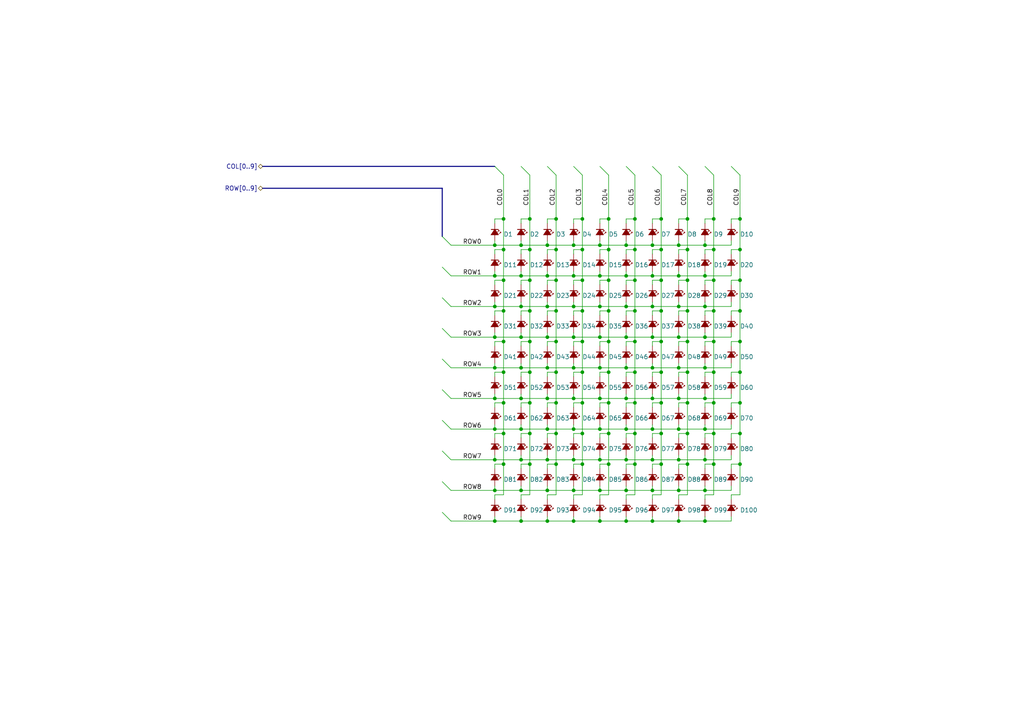
<source format=kicad_sch>
(kicad_sch (version 20210406) (generator eeschema)
  (paper "A4")
  (title_block (title "LED matrix w/ ADC") (date "26/05/2021") (rev "1") (company "Mario Rubio (mrrb.eu)"))
  (junction (at 143.51 71.12) (diameter 0.9144))
  (junction (at 143.51 80.01) (diameter 0.9144))
  (junction (at 143.51 88.9) (diameter 0.9144))
  (junction (at 143.51 97.79) (diameter 0.9144))
  (junction (at 143.51 106.68) (diameter 0.9144))
  (junction (at 143.51 115.57) (diameter 0.9144))
  (junction (at 143.51 124.46) (diameter 0.9144))
  (junction (at 143.51 133.35) (diameter 0.9144))
  (junction (at 143.51 142.24) (diameter 0.9144))
  (junction (at 143.51 151.13) (diameter 0.9144))
  (junction (at 146.05 63.5) (diameter 0.9144))
  (junction (at 146.05 72.39) (diameter 0.9144))
  (junction (at 146.05 81.28) (diameter 0.9144))
  (junction (at 146.05 90.17) (diameter 0.9144))
  (junction (at 146.05 99.06) (diameter 0.9144))
  (junction (at 146.05 107.95) (diameter 0.9144))
  (junction (at 146.05 116.84) (diameter 0.9144))
  (junction (at 146.05 125.73) (diameter 0.9144))
  (junction (at 146.05 134.62) (diameter 0.9144))
  (junction (at 151.13 71.12) (diameter 0.9144))
  (junction (at 151.13 80.01) (diameter 0.9144))
  (junction (at 151.13 88.9) (diameter 0.9144))
  (junction (at 151.13 97.79) (diameter 0.9144))
  (junction (at 151.13 106.68) (diameter 0.9144))
  (junction (at 151.13 115.57) (diameter 0.9144))
  (junction (at 151.13 124.46) (diameter 0.9144))
  (junction (at 151.13 133.35) (diameter 0.9144))
  (junction (at 151.13 142.24) (diameter 0.9144))
  (junction (at 151.13 151.13) (diameter 0.9144))
  (junction (at 153.67 63.5) (diameter 0.9144))
  (junction (at 153.67 72.39) (diameter 0.9144))
  (junction (at 153.67 81.28) (diameter 0.9144))
  (junction (at 153.67 90.17) (diameter 0.9144))
  (junction (at 153.67 99.06) (diameter 0.9144))
  (junction (at 153.67 107.95) (diameter 0.9144))
  (junction (at 153.67 116.84) (diameter 0.9144))
  (junction (at 153.67 125.73) (diameter 0.9144))
  (junction (at 153.67 134.62) (diameter 0.9144))
  (junction (at 158.75 71.12) (diameter 0.9144))
  (junction (at 158.75 80.01) (diameter 0.9144))
  (junction (at 158.75 88.9) (diameter 0.9144))
  (junction (at 158.75 97.79) (diameter 0.9144))
  (junction (at 158.75 106.68) (diameter 0.9144))
  (junction (at 158.75 115.57) (diameter 0.9144))
  (junction (at 158.75 124.46) (diameter 0.9144))
  (junction (at 158.75 133.35) (diameter 0.9144))
  (junction (at 158.75 142.24) (diameter 0.9144))
  (junction (at 158.75 151.13) (diameter 0.9144))
  (junction (at 161.29 63.5) (diameter 0.9144))
  (junction (at 161.29 72.39) (diameter 0.9144))
  (junction (at 161.29 81.28) (diameter 0.9144))
  (junction (at 161.29 90.17) (diameter 0.9144))
  (junction (at 161.29 99.06) (diameter 0.9144))
  (junction (at 161.29 107.95) (diameter 0.9144))
  (junction (at 161.29 116.84) (diameter 0.9144))
  (junction (at 161.29 125.73) (diameter 0.9144))
  (junction (at 161.29 134.62) (diameter 0.9144))
  (junction (at 166.37 71.12) (diameter 0.9144))
  (junction (at 166.37 80.01) (diameter 0.9144))
  (junction (at 166.37 88.9) (diameter 0.9144))
  (junction (at 166.37 97.79) (diameter 0.9144))
  (junction (at 166.37 106.68) (diameter 0.9144))
  (junction (at 166.37 115.57) (diameter 0.9144))
  (junction (at 166.37 124.46) (diameter 0.9144))
  (junction (at 166.37 133.35) (diameter 0.9144))
  (junction (at 166.37 142.24) (diameter 0.9144))
  (junction (at 166.37 151.13) (diameter 0.9144))
  (junction (at 168.91 63.5) (diameter 0.9144))
  (junction (at 168.91 72.39) (diameter 0.9144))
  (junction (at 168.91 81.28) (diameter 0.9144))
  (junction (at 168.91 90.17) (diameter 0.9144))
  (junction (at 168.91 99.06) (diameter 0.9144))
  (junction (at 168.91 107.95) (diameter 0.9144))
  (junction (at 168.91 116.84) (diameter 0.9144))
  (junction (at 168.91 125.73) (diameter 0.9144))
  (junction (at 168.91 134.62) (diameter 0.9144))
  (junction (at 173.99 71.12) (diameter 0.9144))
  (junction (at 173.99 80.01) (diameter 0.9144))
  (junction (at 173.99 88.9) (diameter 0.9144))
  (junction (at 173.99 97.79) (diameter 0.9144))
  (junction (at 173.99 106.68) (diameter 0.9144))
  (junction (at 173.99 115.57) (diameter 0.9144))
  (junction (at 173.99 124.46) (diameter 0.9144))
  (junction (at 173.99 133.35) (diameter 0.9144))
  (junction (at 173.99 142.24) (diameter 0.9144))
  (junction (at 173.99 151.13) (diameter 0.9144))
  (junction (at 176.53 63.5) (diameter 0.9144))
  (junction (at 176.53 72.39) (diameter 0.9144))
  (junction (at 176.53 81.28) (diameter 0.9144))
  (junction (at 176.53 90.17) (diameter 0.9144))
  (junction (at 176.53 99.06) (diameter 0.9144))
  (junction (at 176.53 107.95) (diameter 0.9144))
  (junction (at 176.53 116.84) (diameter 0.9144))
  (junction (at 176.53 125.73) (diameter 0.9144))
  (junction (at 176.53 134.62) (diameter 0.9144))
  (junction (at 181.61 71.12) (diameter 0.9144))
  (junction (at 181.61 80.01) (diameter 0.9144))
  (junction (at 181.61 88.9) (diameter 0.9144))
  (junction (at 181.61 97.79) (diameter 0.9144))
  (junction (at 181.61 106.68) (diameter 0.9144))
  (junction (at 181.61 115.57) (diameter 0.9144))
  (junction (at 181.61 124.46) (diameter 0.9144))
  (junction (at 181.61 133.35) (diameter 0.9144))
  (junction (at 181.61 142.24) (diameter 0.9144))
  (junction (at 181.61 151.13) (diameter 0.9144))
  (junction (at 184.15 63.5) (diameter 0.9144))
  (junction (at 184.15 72.39) (diameter 0.9144))
  (junction (at 184.15 81.28) (diameter 0.9144))
  (junction (at 184.15 90.17) (diameter 0.9144))
  (junction (at 184.15 99.06) (diameter 0.9144))
  (junction (at 184.15 107.95) (diameter 0.9144))
  (junction (at 184.15 116.84) (diameter 0.9144))
  (junction (at 184.15 125.73) (diameter 0.9144))
  (junction (at 184.15 134.62) (diameter 0.9144))
  (junction (at 189.23 71.12) (diameter 0.9144))
  (junction (at 189.23 80.01) (diameter 0.9144))
  (junction (at 189.23 88.9) (diameter 0.9144))
  (junction (at 189.23 97.79) (diameter 0.9144))
  (junction (at 189.23 106.68) (diameter 0.9144))
  (junction (at 189.23 115.57) (diameter 0.9144))
  (junction (at 189.23 124.46) (diameter 0.9144))
  (junction (at 189.23 133.35) (diameter 0.9144))
  (junction (at 189.23 142.24) (diameter 0.9144))
  (junction (at 189.23 151.13) (diameter 0.9144))
  (junction (at 191.77 63.5) (diameter 0.9144))
  (junction (at 191.77 72.39) (diameter 0.9144))
  (junction (at 191.77 81.28) (diameter 0.9144))
  (junction (at 191.77 90.17) (diameter 0.9144))
  (junction (at 191.77 99.06) (diameter 0.9144))
  (junction (at 191.77 107.95) (diameter 0.9144))
  (junction (at 191.77 116.84) (diameter 0.9144))
  (junction (at 191.77 125.73) (diameter 0.9144))
  (junction (at 191.77 134.62) (diameter 0.9144))
  (junction (at 196.85 71.12) (diameter 0.9144))
  (junction (at 196.85 80.01) (diameter 0.9144))
  (junction (at 196.85 88.9) (diameter 0.9144))
  (junction (at 196.85 97.79) (diameter 0.9144))
  (junction (at 196.85 106.68) (diameter 0.9144))
  (junction (at 196.85 115.57) (diameter 0.9144))
  (junction (at 196.85 124.46) (diameter 0.9144))
  (junction (at 196.85 133.35) (diameter 0.9144))
  (junction (at 196.85 142.24) (diameter 0.9144))
  (junction (at 196.85 151.13) (diameter 0.9144))
  (junction (at 199.39 63.5) (diameter 0.9144))
  (junction (at 199.39 72.39) (diameter 0.9144))
  (junction (at 199.39 81.28) (diameter 0.9144))
  (junction (at 199.39 90.17) (diameter 0.9144))
  (junction (at 199.39 99.06) (diameter 0.9144))
  (junction (at 199.39 107.95) (diameter 0.9144))
  (junction (at 199.39 116.84) (diameter 0.9144))
  (junction (at 199.39 125.73) (diameter 0.9144))
  (junction (at 199.39 134.62) (diameter 0.9144))
  (junction (at 204.47 71.12) (diameter 0.9144))
  (junction (at 204.47 80.01) (diameter 0.9144))
  (junction (at 204.47 88.9) (diameter 0.9144))
  (junction (at 204.47 97.79) (diameter 0.9144))
  (junction (at 204.47 106.68) (diameter 0.9144))
  (junction (at 204.47 115.57) (diameter 0.9144))
  (junction (at 204.47 124.46) (diameter 0.9144))
  (junction (at 204.47 133.35) (diameter 0.9144))
  (junction (at 204.47 142.24) (diameter 0.9144))
  (junction (at 204.47 151.13) (diameter 0.9144))
  (junction (at 207.01 63.5) (diameter 0.9144))
  (junction (at 207.01 72.39) (diameter 0.9144))
  (junction (at 207.01 81.28) (diameter 0.9144))
  (junction (at 207.01 90.17) (diameter 0.9144))
  (junction (at 207.01 99.06) (diameter 0.9144))
  (junction (at 207.01 107.95) (diameter 0.9144))
  (junction (at 207.01 116.84) (diameter 0.9144))
  (junction (at 207.01 125.73) (diameter 0.9144))
  (junction (at 207.01 134.62) (diameter 0.9144))
  (junction (at 214.63 63.5) (diameter 0.9144))
  (junction (at 214.63 72.39) (diameter 0.9144))
  (junction (at 214.63 81.28) (diameter 0.9144))
  (junction (at 214.63 90.17) (diameter 0.9144))
  (junction (at 214.63 99.06) (diameter 0.9144))
  (junction (at 214.63 107.95) (diameter 0.9144))
  (junction (at 214.63 116.84) (diameter 0.9144))
  (junction (at 214.63 125.73) (diameter 0.9144))
  (junction (at 214.63 134.62) (diameter 0.9144))
  (bus_entry (at 128.27 68.58) (size 2.54 2.54) (stroke (width 0.1524)))
  (bus_entry (at 128.27 77.47) (size 2.54 2.54) (stroke (width 0.1524)))
  (bus_entry (at 128.27 86.36) (size 2.54 2.54) (stroke (width 0.1524)))
  (bus_entry (at 128.27 95.25) (size 2.54 2.54) (stroke (width 0.1524)))
  (bus_entry (at 128.27 104.14) (size 2.54 2.54) (stroke (width 0.1524)))
  (bus_entry (at 128.27 113.03) (size 2.54 2.54) (stroke (width 0.1524)))
  (bus_entry (at 128.27 121.92) (size 2.54 2.54) (stroke (width 0.1524)))
  (bus_entry (at 128.27 130.81) (size 2.54 2.54) (stroke (width 0.1524)))
  (bus_entry (at 128.27 139.7) (size 2.54 2.54) (stroke (width 0.1524)))
  (bus_entry (at 128.27 148.59) (size 2.54 2.54) (stroke (width 0.1524)))
  (bus_entry (at 143.51 48.26) (size 2.54 2.54) (stroke (width 0.1524)))
  (bus_entry (at 151.13 48.26) (size 2.54 2.54) (stroke (width 0.1524)))
  (bus_entry (at 158.75 48.26) (size 2.54 2.54) (stroke (width 0.1524)))
  (bus_entry (at 166.37 48.26) (size 2.54 2.54) (stroke (width 0.1524)))
  (bus_entry (at 173.99 48.26) (size 2.54 2.54) (stroke (width 0.1524)))
  (bus_entry (at 181.61 48.26) (size 2.54 2.54) (stroke (width 0.1524)))
  (bus_entry (at 189.23 48.26) (size 2.54 2.54) (stroke (width 0.1524)))
  (bus_entry (at 196.85 48.26) (size 2.54 2.54) (stroke (width 0.1524)))
  (bus_entry (at 204.47 48.26) (size 2.54 2.54) (stroke (width 0.1524)))
  (bus_entry (at 212.09 48.26) (size 2.54 2.54) (stroke (width 0.1524)))
  (wire (pts (xy 130.81 71.12) (xy 143.51 71.12)))
  (wire (pts (xy 130.81 80.01) (xy 143.51 80.01)))
  (wire (pts (xy 130.81 88.9) (xy 143.51 88.9)))
  (wire (pts (xy 130.81 97.79) (xy 143.51 97.79)))
  (wire (pts (xy 130.81 106.68) (xy 143.51 106.68)))
  (wire (pts (xy 130.81 115.57) (xy 143.51 115.57)))
  (wire (pts (xy 130.81 124.46) (xy 143.51 124.46)))
  (wire (pts (xy 130.81 133.35) (xy 143.51 133.35)))
  (wire (pts (xy 130.81 142.24) (xy 143.51 142.24)))
  (wire (pts (xy 130.81 151.13) (xy 143.51 151.13)))
  (wire (pts (xy 143.51 63.5) (xy 143.51 64.77)))
  (wire (pts (xy 143.51 71.12) (xy 143.51 69.85)))
  (wire (pts (xy 143.51 72.39) (xy 146.05 72.39)))
  (wire (pts (xy 143.51 73.66) (xy 143.51 72.39)))
  (wire (pts (xy 143.51 80.01) (xy 143.51 78.74)))
  (wire (pts (xy 143.51 81.28) (xy 143.51 82.55)))
  (wire (pts (xy 143.51 88.9) (xy 143.51 87.63)))
  (wire (pts (xy 143.51 90.17) (xy 146.05 90.17)))
  (wire (pts (xy 143.51 91.44) (xy 143.51 90.17)))
  (wire (pts (xy 143.51 97.79) (xy 143.51 96.52)))
  (wire (pts (xy 143.51 99.06) (xy 143.51 100.33)))
  (wire (pts (xy 143.51 106.68) (xy 143.51 105.41)))
  (wire (pts (xy 143.51 107.95) (xy 146.05 107.95)))
  (wire (pts (xy 143.51 109.22) (xy 143.51 107.95)))
  (wire (pts (xy 143.51 115.57) (xy 143.51 114.3)))
  (wire (pts (xy 143.51 116.84) (xy 143.51 118.11)))
  (wire (pts (xy 143.51 124.46) (xy 143.51 123.19)))
  (wire (pts (xy 143.51 125.73) (xy 146.05 125.73)))
  (wire (pts (xy 143.51 127) (xy 143.51 125.73)))
  (wire (pts (xy 143.51 133.35) (xy 143.51 132.08)))
  (wire (pts (xy 143.51 134.62) (xy 143.51 135.89)))
  (wire (pts (xy 143.51 142.24) (xy 143.51 140.97)))
  (wire (pts (xy 143.51 143.51) (xy 146.05 143.51)))
  (wire (pts (xy 143.51 144.78) (xy 143.51 143.51)))
  (wire (pts (xy 143.51 151.13) (xy 143.51 149.86)))
  (wire (pts (xy 146.05 50.8) (xy 146.05 63.5)))
  (wire (pts (xy 146.05 63.5) (xy 143.51 63.5)))
  (wire (pts (xy 146.05 63.5) (xy 146.05 72.39)))
  (wire (pts (xy 146.05 72.39) (xy 146.05 81.28)))
  (wire (pts (xy 146.05 81.28) (xy 143.51 81.28)))
  (wire (pts (xy 146.05 81.28) (xy 146.05 90.17)))
  (wire (pts (xy 146.05 90.17) (xy 146.05 99.06)))
  (wire (pts (xy 146.05 99.06) (xy 143.51 99.06)))
  (wire (pts (xy 146.05 99.06) (xy 146.05 107.95)))
  (wire (pts (xy 146.05 107.95) (xy 146.05 116.84)))
  (wire (pts (xy 146.05 116.84) (xy 143.51 116.84)))
  (wire (pts (xy 146.05 116.84) (xy 146.05 125.73)))
  (wire (pts (xy 146.05 125.73) (xy 146.05 134.62)))
  (wire (pts (xy 146.05 134.62) (xy 143.51 134.62)))
  (wire (pts (xy 146.05 134.62) (xy 146.05 143.51)))
  (wire (pts (xy 151.13 63.5) (xy 151.13 64.77)))
  (wire (pts (xy 151.13 69.85) (xy 151.13 71.12)))
  (wire (pts (xy 151.13 71.12) (xy 143.51 71.12)))
  (wire (pts (xy 151.13 72.39) (xy 153.67 72.39)))
  (wire (pts (xy 151.13 73.66) (xy 151.13 72.39)))
  (wire (pts (xy 151.13 78.74) (xy 151.13 80.01)))
  (wire (pts (xy 151.13 80.01) (xy 143.51 80.01)))
  (wire (pts (xy 151.13 81.28) (xy 151.13 82.55)))
  (wire (pts (xy 151.13 87.63) (xy 151.13 88.9)))
  (wire (pts (xy 151.13 88.9) (xy 143.51 88.9)))
  (wire (pts (xy 151.13 90.17) (xy 153.67 90.17)))
  (wire (pts (xy 151.13 91.44) (xy 151.13 90.17)))
  (wire (pts (xy 151.13 96.52) (xy 151.13 97.79)))
  (wire (pts (xy 151.13 97.79) (xy 143.51 97.79)))
  (wire (pts (xy 151.13 99.06) (xy 151.13 100.33)))
  (wire (pts (xy 151.13 105.41) (xy 151.13 106.68)))
  (wire (pts (xy 151.13 106.68) (xy 143.51 106.68)))
  (wire (pts (xy 151.13 107.95) (xy 153.67 107.95)))
  (wire (pts (xy 151.13 109.22) (xy 151.13 107.95)))
  (wire (pts (xy 151.13 114.3) (xy 151.13 115.57)))
  (wire (pts (xy 151.13 115.57) (xy 143.51 115.57)))
  (wire (pts (xy 151.13 116.84) (xy 151.13 118.11)))
  (wire (pts (xy 151.13 123.19) (xy 151.13 124.46)))
  (wire (pts (xy 151.13 124.46) (xy 143.51 124.46)))
  (wire (pts (xy 151.13 125.73) (xy 153.67 125.73)))
  (wire (pts (xy 151.13 127) (xy 151.13 125.73)))
  (wire (pts (xy 151.13 132.08) (xy 151.13 133.35)))
  (wire (pts (xy 151.13 133.35) (xy 143.51 133.35)))
  (wire (pts (xy 151.13 134.62) (xy 151.13 135.89)))
  (wire (pts (xy 151.13 140.97) (xy 151.13 142.24)))
  (wire (pts (xy 151.13 142.24) (xy 143.51 142.24)))
  (wire (pts (xy 151.13 143.51) (xy 153.67 143.51)))
  (wire (pts (xy 151.13 144.78) (xy 151.13 143.51)))
  (wire (pts (xy 151.13 149.86) (xy 151.13 151.13)))
  (wire (pts (xy 151.13 151.13) (xy 143.51 151.13)))
  (wire (pts (xy 153.67 50.8) (xy 153.67 63.5)))
  (wire (pts (xy 153.67 63.5) (xy 151.13 63.5)))
  (wire (pts (xy 153.67 63.5) (xy 153.67 72.39)))
  (wire (pts (xy 153.67 72.39) (xy 153.67 81.28)))
  (wire (pts (xy 153.67 81.28) (xy 151.13 81.28)))
  (wire (pts (xy 153.67 81.28) (xy 153.67 90.17)))
  (wire (pts (xy 153.67 90.17) (xy 153.67 99.06)))
  (wire (pts (xy 153.67 99.06) (xy 151.13 99.06)))
  (wire (pts (xy 153.67 99.06) (xy 153.67 107.95)))
  (wire (pts (xy 153.67 107.95) (xy 153.67 116.84)))
  (wire (pts (xy 153.67 116.84) (xy 151.13 116.84)))
  (wire (pts (xy 153.67 116.84) (xy 153.67 125.73)))
  (wire (pts (xy 153.67 125.73) (xy 153.67 134.62)))
  (wire (pts (xy 153.67 134.62) (xy 151.13 134.62)))
  (wire (pts (xy 153.67 134.62) (xy 153.67 143.51)))
  (wire (pts (xy 158.75 63.5) (xy 158.75 64.77)))
  (wire (pts (xy 158.75 69.85) (xy 158.75 71.12)))
  (wire (pts (xy 158.75 71.12) (xy 151.13 71.12)))
  (wire (pts (xy 158.75 72.39) (xy 161.29 72.39)))
  (wire (pts (xy 158.75 73.66) (xy 158.75 72.39)))
  (wire (pts (xy 158.75 78.74) (xy 158.75 80.01)))
  (wire (pts (xy 158.75 80.01) (xy 151.13 80.01)))
  (wire (pts (xy 158.75 81.28) (xy 158.75 82.55)))
  (wire (pts (xy 158.75 87.63) (xy 158.75 88.9)))
  (wire (pts (xy 158.75 88.9) (xy 151.13 88.9)))
  (wire (pts (xy 158.75 90.17) (xy 161.29 90.17)))
  (wire (pts (xy 158.75 91.44) (xy 158.75 90.17)))
  (wire (pts (xy 158.75 96.52) (xy 158.75 97.79)))
  (wire (pts (xy 158.75 97.79) (xy 151.13 97.79)))
  (wire (pts (xy 158.75 99.06) (xy 158.75 100.33)))
  (wire (pts (xy 158.75 105.41) (xy 158.75 106.68)))
  (wire (pts (xy 158.75 106.68) (xy 151.13 106.68)))
  (wire (pts (xy 158.75 107.95) (xy 161.29 107.95)))
  (wire (pts (xy 158.75 109.22) (xy 158.75 107.95)))
  (wire (pts (xy 158.75 114.3) (xy 158.75 115.57)))
  (wire (pts (xy 158.75 115.57) (xy 151.13 115.57)))
  (wire (pts (xy 158.75 116.84) (xy 158.75 118.11)))
  (wire (pts (xy 158.75 123.19) (xy 158.75 124.46)))
  (wire (pts (xy 158.75 124.46) (xy 151.13 124.46)))
  (wire (pts (xy 158.75 125.73) (xy 161.29 125.73)))
  (wire (pts (xy 158.75 127) (xy 158.75 125.73)))
  (wire (pts (xy 158.75 132.08) (xy 158.75 133.35)))
  (wire (pts (xy 158.75 133.35) (xy 151.13 133.35)))
  (wire (pts (xy 158.75 134.62) (xy 158.75 135.89)))
  (wire (pts (xy 158.75 140.97) (xy 158.75 142.24)))
  (wire (pts (xy 158.75 142.24) (xy 151.13 142.24)))
  (wire (pts (xy 158.75 143.51) (xy 161.29 143.51)))
  (wire (pts (xy 158.75 144.78) (xy 158.75 143.51)))
  (wire (pts (xy 158.75 149.86) (xy 158.75 151.13)))
  (wire (pts (xy 158.75 151.13) (xy 151.13 151.13)))
  (wire (pts (xy 161.29 50.8) (xy 161.29 63.5)))
  (wire (pts (xy 161.29 63.5) (xy 158.75 63.5)))
  (wire (pts (xy 161.29 63.5) (xy 161.29 72.39)))
  (wire (pts (xy 161.29 72.39) (xy 161.29 81.28)))
  (wire (pts (xy 161.29 81.28) (xy 158.75 81.28)))
  (wire (pts (xy 161.29 81.28) (xy 161.29 90.17)))
  (wire (pts (xy 161.29 90.17) (xy 161.29 99.06)))
  (wire (pts (xy 161.29 99.06) (xy 158.75 99.06)))
  (wire (pts (xy 161.29 99.06) (xy 161.29 107.95)))
  (wire (pts (xy 161.29 107.95) (xy 161.29 116.84)))
  (wire (pts (xy 161.29 116.84) (xy 158.75 116.84)))
  (wire (pts (xy 161.29 116.84) (xy 161.29 125.73)))
  (wire (pts (xy 161.29 125.73) (xy 161.29 134.62)))
  (wire (pts (xy 161.29 134.62) (xy 158.75 134.62)))
  (wire (pts (xy 161.29 134.62) (xy 161.29 143.51)))
  (wire (pts (xy 166.37 63.5) (xy 166.37 64.77)))
  (wire (pts (xy 166.37 69.85) (xy 166.37 71.12)))
  (wire (pts (xy 166.37 71.12) (xy 158.75 71.12)))
  (wire (pts (xy 166.37 72.39) (xy 168.91 72.39)))
  (wire (pts (xy 166.37 73.66) (xy 166.37 72.39)))
  (wire (pts (xy 166.37 78.74) (xy 166.37 80.01)))
  (wire (pts (xy 166.37 80.01) (xy 158.75 80.01)))
  (wire (pts (xy 166.37 81.28) (xy 166.37 82.55)))
  (wire (pts (xy 166.37 87.63) (xy 166.37 88.9)))
  (wire (pts (xy 166.37 88.9) (xy 158.75 88.9)))
  (wire (pts (xy 166.37 90.17) (xy 168.91 90.17)))
  (wire (pts (xy 166.37 91.44) (xy 166.37 90.17)))
  (wire (pts (xy 166.37 96.52) (xy 166.37 97.79)))
  (wire (pts (xy 166.37 97.79) (xy 158.75 97.79)))
  (wire (pts (xy 166.37 99.06) (xy 166.37 100.33)))
  (wire (pts (xy 166.37 105.41) (xy 166.37 106.68)))
  (wire (pts (xy 166.37 106.68) (xy 158.75 106.68)))
  (wire (pts (xy 166.37 107.95) (xy 168.91 107.95)))
  (wire (pts (xy 166.37 109.22) (xy 166.37 107.95)))
  (wire (pts (xy 166.37 114.3) (xy 166.37 115.57)))
  (wire (pts (xy 166.37 115.57) (xy 158.75 115.57)))
  (wire (pts (xy 166.37 116.84) (xy 166.37 118.11)))
  (wire (pts (xy 166.37 123.19) (xy 166.37 124.46)))
  (wire (pts (xy 166.37 124.46) (xy 158.75 124.46)))
  (wire (pts (xy 166.37 125.73) (xy 168.91 125.73)))
  (wire (pts (xy 166.37 127) (xy 166.37 125.73)))
  (wire (pts (xy 166.37 132.08) (xy 166.37 133.35)))
  (wire (pts (xy 166.37 133.35) (xy 158.75 133.35)))
  (wire (pts (xy 166.37 134.62) (xy 166.37 135.89)))
  (wire (pts (xy 166.37 140.97) (xy 166.37 142.24)))
  (wire (pts (xy 166.37 142.24) (xy 158.75 142.24)))
  (wire (pts (xy 166.37 143.51) (xy 168.91 143.51)))
  (wire (pts (xy 166.37 144.78) (xy 166.37 143.51)))
  (wire (pts (xy 166.37 149.86) (xy 166.37 151.13)))
  (wire (pts (xy 166.37 151.13) (xy 158.75 151.13)))
  (wire (pts (xy 168.91 50.8) (xy 168.91 63.5)))
  (wire (pts (xy 168.91 63.5) (xy 166.37 63.5)))
  (wire (pts (xy 168.91 63.5) (xy 168.91 72.39)))
  (wire (pts (xy 168.91 72.39) (xy 168.91 81.28)))
  (wire (pts (xy 168.91 81.28) (xy 166.37 81.28)))
  (wire (pts (xy 168.91 81.28) (xy 168.91 90.17)))
  (wire (pts (xy 168.91 90.17) (xy 168.91 99.06)))
  (wire (pts (xy 168.91 99.06) (xy 166.37 99.06)))
  (wire (pts (xy 168.91 99.06) (xy 168.91 107.95)))
  (wire (pts (xy 168.91 107.95) (xy 168.91 116.84)))
  (wire (pts (xy 168.91 116.84) (xy 166.37 116.84)))
  (wire (pts (xy 168.91 116.84) (xy 168.91 125.73)))
  (wire (pts (xy 168.91 125.73) (xy 168.91 134.62)))
  (wire (pts (xy 168.91 134.62) (xy 166.37 134.62)))
  (wire (pts (xy 168.91 134.62) (xy 168.91 143.51)))
  (wire (pts (xy 173.99 63.5) (xy 173.99 64.77)))
  (wire (pts (xy 173.99 69.85) (xy 173.99 71.12)))
  (wire (pts (xy 173.99 71.12) (xy 166.37 71.12)))
  (wire (pts (xy 173.99 72.39) (xy 176.53 72.39)))
  (wire (pts (xy 173.99 73.66) (xy 173.99 72.39)))
  (wire (pts (xy 173.99 78.74) (xy 173.99 80.01)))
  (wire (pts (xy 173.99 80.01) (xy 166.37 80.01)))
  (wire (pts (xy 173.99 81.28) (xy 173.99 82.55)))
  (wire (pts (xy 173.99 87.63) (xy 173.99 88.9)))
  (wire (pts (xy 173.99 88.9) (xy 166.37 88.9)))
  (wire (pts (xy 173.99 90.17) (xy 176.53 90.17)))
  (wire (pts (xy 173.99 91.44) (xy 173.99 90.17)))
  (wire (pts (xy 173.99 96.52) (xy 173.99 97.79)))
  (wire (pts (xy 173.99 97.79) (xy 166.37 97.79)))
  (wire (pts (xy 173.99 99.06) (xy 173.99 100.33)))
  (wire (pts (xy 173.99 105.41) (xy 173.99 106.68)))
  (wire (pts (xy 173.99 106.68) (xy 166.37 106.68)))
  (wire (pts (xy 173.99 107.95) (xy 176.53 107.95)))
  (wire (pts (xy 173.99 109.22) (xy 173.99 107.95)))
  (wire (pts (xy 173.99 114.3) (xy 173.99 115.57)))
  (wire (pts (xy 173.99 115.57) (xy 166.37 115.57)))
  (wire (pts (xy 173.99 116.84) (xy 173.99 118.11)))
  (wire (pts (xy 173.99 123.19) (xy 173.99 124.46)))
  (wire (pts (xy 173.99 124.46) (xy 166.37 124.46)))
  (wire (pts (xy 173.99 125.73) (xy 176.53 125.73)))
  (wire (pts (xy 173.99 127) (xy 173.99 125.73)))
  (wire (pts (xy 173.99 132.08) (xy 173.99 133.35)))
  (wire (pts (xy 173.99 133.35) (xy 166.37 133.35)))
  (wire (pts (xy 173.99 134.62) (xy 173.99 135.89)))
  (wire (pts (xy 173.99 140.97) (xy 173.99 142.24)))
  (wire (pts (xy 173.99 142.24) (xy 166.37 142.24)))
  (wire (pts (xy 173.99 143.51) (xy 176.53 143.51)))
  (wire (pts (xy 173.99 144.78) (xy 173.99 143.51)))
  (wire (pts (xy 173.99 149.86) (xy 173.99 151.13)))
  (wire (pts (xy 173.99 151.13) (xy 166.37 151.13)))
  (wire (pts (xy 176.53 50.8) (xy 176.53 63.5)))
  (wire (pts (xy 176.53 63.5) (xy 173.99 63.5)))
  (wire (pts (xy 176.53 63.5) (xy 176.53 72.39)))
  (wire (pts (xy 176.53 72.39) (xy 176.53 81.28)))
  (wire (pts (xy 176.53 81.28) (xy 173.99 81.28)))
  (wire (pts (xy 176.53 81.28) (xy 176.53 90.17)))
  (wire (pts (xy 176.53 90.17) (xy 176.53 99.06)))
  (wire (pts (xy 176.53 99.06) (xy 173.99 99.06)))
  (wire (pts (xy 176.53 99.06) (xy 176.53 107.95)))
  (wire (pts (xy 176.53 107.95) (xy 176.53 116.84)))
  (wire (pts (xy 176.53 116.84) (xy 173.99 116.84)))
  (wire (pts (xy 176.53 116.84) (xy 176.53 125.73)))
  (wire (pts (xy 176.53 125.73) (xy 176.53 134.62)))
  (wire (pts (xy 176.53 134.62) (xy 173.99 134.62)))
  (wire (pts (xy 176.53 134.62) (xy 176.53 143.51)))
  (wire (pts (xy 181.61 63.5) (xy 181.61 64.77)))
  (wire (pts (xy 181.61 69.85) (xy 181.61 71.12)))
  (wire (pts (xy 181.61 71.12) (xy 173.99 71.12)))
  (wire (pts (xy 181.61 72.39) (xy 184.15 72.39)))
  (wire (pts (xy 181.61 73.66) (xy 181.61 72.39)))
  (wire (pts (xy 181.61 78.74) (xy 181.61 80.01)))
  (wire (pts (xy 181.61 80.01) (xy 173.99 80.01)))
  (wire (pts (xy 181.61 81.28) (xy 181.61 82.55)))
  (wire (pts (xy 181.61 87.63) (xy 181.61 88.9)))
  (wire (pts (xy 181.61 88.9) (xy 173.99 88.9)))
  (wire (pts (xy 181.61 90.17) (xy 184.15 90.17)))
  (wire (pts (xy 181.61 91.44) (xy 181.61 90.17)))
  (wire (pts (xy 181.61 96.52) (xy 181.61 97.79)))
  (wire (pts (xy 181.61 97.79) (xy 173.99 97.79)))
  (wire (pts (xy 181.61 99.06) (xy 181.61 100.33)))
  (wire (pts (xy 181.61 105.41) (xy 181.61 106.68)))
  (wire (pts (xy 181.61 106.68) (xy 173.99 106.68)))
  (wire (pts (xy 181.61 107.95) (xy 184.15 107.95)))
  (wire (pts (xy 181.61 109.22) (xy 181.61 107.95)))
  (wire (pts (xy 181.61 114.3) (xy 181.61 115.57)))
  (wire (pts (xy 181.61 115.57) (xy 173.99 115.57)))
  (wire (pts (xy 181.61 116.84) (xy 181.61 118.11)))
  (wire (pts (xy 181.61 123.19) (xy 181.61 124.46)))
  (wire (pts (xy 181.61 124.46) (xy 173.99 124.46)))
  (wire (pts (xy 181.61 125.73) (xy 184.15 125.73)))
  (wire (pts (xy 181.61 127) (xy 181.61 125.73)))
  (wire (pts (xy 181.61 132.08) (xy 181.61 133.35)))
  (wire (pts (xy 181.61 133.35) (xy 173.99 133.35)))
  (wire (pts (xy 181.61 134.62) (xy 181.61 135.89)))
  (wire (pts (xy 181.61 140.97) (xy 181.61 142.24)))
  (wire (pts (xy 181.61 142.24) (xy 173.99 142.24)))
  (wire (pts (xy 181.61 143.51) (xy 184.15 143.51)))
  (wire (pts (xy 181.61 144.78) (xy 181.61 143.51)))
  (wire (pts (xy 181.61 149.86) (xy 181.61 151.13)))
  (wire (pts (xy 181.61 151.13) (xy 173.99 151.13)))
  (wire (pts (xy 184.15 50.8) (xy 184.15 63.5)))
  (wire (pts (xy 184.15 63.5) (xy 181.61 63.5)))
  (wire (pts (xy 184.15 63.5) (xy 184.15 72.39)))
  (wire (pts (xy 184.15 72.39) (xy 184.15 81.28)))
  (wire (pts (xy 184.15 81.28) (xy 181.61 81.28)))
  (wire (pts (xy 184.15 81.28) (xy 184.15 90.17)))
  (wire (pts (xy 184.15 90.17) (xy 184.15 99.06)))
  (wire (pts (xy 184.15 99.06) (xy 181.61 99.06)))
  (wire (pts (xy 184.15 99.06) (xy 184.15 107.95)))
  (wire (pts (xy 184.15 107.95) (xy 184.15 116.84)))
  (wire (pts (xy 184.15 116.84) (xy 181.61 116.84)))
  (wire (pts (xy 184.15 116.84) (xy 184.15 125.73)))
  (wire (pts (xy 184.15 125.73) (xy 184.15 134.62)))
  (wire (pts (xy 184.15 134.62) (xy 181.61 134.62)))
  (wire (pts (xy 184.15 134.62) (xy 184.15 143.51)))
  (wire (pts (xy 189.23 63.5) (xy 189.23 64.77)))
  (wire (pts (xy 189.23 69.85) (xy 189.23 71.12)))
  (wire (pts (xy 189.23 71.12) (xy 181.61 71.12)))
  (wire (pts (xy 189.23 72.39) (xy 191.77 72.39)))
  (wire (pts (xy 189.23 73.66) (xy 189.23 72.39)))
  (wire (pts (xy 189.23 78.74) (xy 189.23 80.01)))
  (wire (pts (xy 189.23 80.01) (xy 181.61 80.01)))
  (wire (pts (xy 189.23 81.28) (xy 189.23 82.55)))
  (wire (pts (xy 189.23 87.63) (xy 189.23 88.9)))
  (wire (pts (xy 189.23 88.9) (xy 181.61 88.9)))
  (wire (pts (xy 189.23 90.17) (xy 191.77 90.17)))
  (wire (pts (xy 189.23 91.44) (xy 189.23 90.17)))
  (wire (pts (xy 189.23 96.52) (xy 189.23 97.79)))
  (wire (pts (xy 189.23 97.79) (xy 181.61 97.79)))
  (wire (pts (xy 189.23 99.06) (xy 189.23 100.33)))
  (wire (pts (xy 189.23 105.41) (xy 189.23 106.68)))
  (wire (pts (xy 189.23 106.68) (xy 181.61 106.68)))
  (wire (pts (xy 189.23 107.95) (xy 191.77 107.95)))
  (wire (pts (xy 189.23 109.22) (xy 189.23 107.95)))
  (wire (pts (xy 189.23 114.3) (xy 189.23 115.57)))
  (wire (pts (xy 189.23 115.57) (xy 181.61 115.57)))
  (wire (pts (xy 189.23 116.84) (xy 189.23 118.11)))
  (wire (pts (xy 189.23 123.19) (xy 189.23 124.46)))
  (wire (pts (xy 189.23 124.46) (xy 181.61 124.46)))
  (wire (pts (xy 189.23 125.73) (xy 191.77 125.73)))
  (wire (pts (xy 189.23 127) (xy 189.23 125.73)))
  (wire (pts (xy 189.23 132.08) (xy 189.23 133.35)))
  (wire (pts (xy 189.23 133.35) (xy 181.61 133.35)))
  (wire (pts (xy 189.23 134.62) (xy 189.23 135.89)))
  (wire (pts (xy 189.23 140.97) (xy 189.23 142.24)))
  (wire (pts (xy 189.23 142.24) (xy 181.61 142.24)))
  (wire (pts (xy 189.23 143.51) (xy 191.77 143.51)))
  (wire (pts (xy 189.23 144.78) (xy 189.23 143.51)))
  (wire (pts (xy 189.23 149.86) (xy 189.23 151.13)))
  (wire (pts (xy 189.23 151.13) (xy 181.61 151.13)))
  (wire (pts (xy 191.77 50.8) (xy 191.77 63.5)))
  (wire (pts (xy 191.77 63.5) (xy 189.23 63.5)))
  (wire (pts (xy 191.77 63.5) (xy 191.77 72.39)))
  (wire (pts (xy 191.77 72.39) (xy 191.77 81.28)))
  (wire (pts (xy 191.77 81.28) (xy 189.23 81.28)))
  (wire (pts (xy 191.77 81.28) (xy 191.77 90.17)))
  (wire (pts (xy 191.77 90.17) (xy 191.77 99.06)))
  (wire (pts (xy 191.77 99.06) (xy 189.23 99.06)))
  (wire (pts (xy 191.77 99.06) (xy 191.77 107.95)))
  (wire (pts (xy 191.77 107.95) (xy 191.77 116.84)))
  (wire (pts (xy 191.77 116.84) (xy 189.23 116.84)))
  (wire (pts (xy 191.77 116.84) (xy 191.77 125.73)))
  (wire (pts (xy 191.77 125.73) (xy 191.77 134.62)))
  (wire (pts (xy 191.77 134.62) (xy 189.23 134.62)))
  (wire (pts (xy 191.77 134.62) (xy 191.77 143.51)))
  (wire (pts (xy 196.85 63.5) (xy 196.85 64.77)))
  (wire (pts (xy 196.85 69.85) (xy 196.85 71.12)))
  (wire (pts (xy 196.85 71.12) (xy 189.23 71.12)))
  (wire (pts (xy 196.85 72.39) (xy 199.39 72.39)))
  (wire (pts (xy 196.85 73.66) (xy 196.85 72.39)))
  (wire (pts (xy 196.85 78.74) (xy 196.85 80.01)))
  (wire (pts (xy 196.85 80.01) (xy 189.23 80.01)))
  (wire (pts (xy 196.85 81.28) (xy 196.85 82.55)))
  (wire (pts (xy 196.85 87.63) (xy 196.85 88.9)))
  (wire (pts (xy 196.85 88.9) (xy 189.23 88.9)))
  (wire (pts (xy 196.85 90.17) (xy 199.39 90.17)))
  (wire (pts (xy 196.85 91.44) (xy 196.85 90.17)))
  (wire (pts (xy 196.85 96.52) (xy 196.85 97.79)))
  (wire (pts (xy 196.85 97.79) (xy 189.23 97.79)))
  (wire (pts (xy 196.85 99.06) (xy 196.85 100.33)))
  (wire (pts (xy 196.85 105.41) (xy 196.85 106.68)))
  (wire (pts (xy 196.85 106.68) (xy 189.23 106.68)))
  (wire (pts (xy 196.85 107.95) (xy 199.39 107.95)))
  (wire (pts (xy 196.85 109.22) (xy 196.85 107.95)))
  (wire (pts (xy 196.85 114.3) (xy 196.85 115.57)))
  (wire (pts (xy 196.85 115.57) (xy 189.23 115.57)))
  (wire (pts (xy 196.85 116.84) (xy 196.85 118.11)))
  (wire (pts (xy 196.85 123.19) (xy 196.85 124.46)))
  (wire (pts (xy 196.85 124.46) (xy 189.23 124.46)))
  (wire (pts (xy 196.85 125.73) (xy 199.39 125.73)))
  (wire (pts (xy 196.85 127) (xy 196.85 125.73)))
  (wire (pts (xy 196.85 132.08) (xy 196.85 133.35)))
  (wire (pts (xy 196.85 133.35) (xy 189.23 133.35)))
  (wire (pts (xy 196.85 134.62) (xy 196.85 135.89)))
  (wire (pts (xy 196.85 140.97) (xy 196.85 142.24)))
  (wire (pts (xy 196.85 142.24) (xy 189.23 142.24)))
  (wire (pts (xy 196.85 143.51) (xy 199.39 143.51)))
  (wire (pts (xy 196.85 144.78) (xy 196.85 143.51)))
  (wire (pts (xy 196.85 149.86) (xy 196.85 151.13)))
  (wire (pts (xy 196.85 151.13) (xy 189.23 151.13)))
  (wire (pts (xy 199.39 50.8) (xy 199.39 63.5)))
  (wire (pts (xy 199.39 63.5) (xy 196.85 63.5)))
  (wire (pts (xy 199.39 63.5) (xy 199.39 72.39)))
  (wire (pts (xy 199.39 72.39) (xy 199.39 81.28)))
  (wire (pts (xy 199.39 81.28) (xy 196.85 81.28)))
  (wire (pts (xy 199.39 81.28) (xy 199.39 90.17)))
  (wire (pts (xy 199.39 90.17) (xy 199.39 99.06)))
  (wire (pts (xy 199.39 99.06) (xy 196.85 99.06)))
  (wire (pts (xy 199.39 99.06) (xy 199.39 107.95)))
  (wire (pts (xy 199.39 107.95) (xy 199.39 116.84)))
  (wire (pts (xy 199.39 116.84) (xy 196.85 116.84)))
  (wire (pts (xy 199.39 116.84) (xy 199.39 125.73)))
  (wire (pts (xy 199.39 125.73) (xy 199.39 134.62)))
  (wire (pts (xy 199.39 134.62) (xy 196.85 134.62)))
  (wire (pts (xy 199.39 134.62) (xy 199.39 143.51)))
  (wire (pts (xy 204.47 63.5) (xy 204.47 64.77)))
  (wire (pts (xy 204.47 69.85) (xy 204.47 71.12)))
  (wire (pts (xy 204.47 71.12) (xy 196.85 71.12)))
  (wire (pts (xy 204.47 72.39) (xy 207.01 72.39)))
  (wire (pts (xy 204.47 73.66) (xy 204.47 72.39)))
  (wire (pts (xy 204.47 78.74) (xy 204.47 80.01)))
  (wire (pts (xy 204.47 80.01) (xy 196.85 80.01)))
  (wire (pts (xy 204.47 81.28) (xy 204.47 82.55)))
  (wire (pts (xy 204.47 87.63) (xy 204.47 88.9)))
  (wire (pts (xy 204.47 88.9) (xy 196.85 88.9)))
  (wire (pts (xy 204.47 90.17) (xy 207.01 90.17)))
  (wire (pts (xy 204.47 91.44) (xy 204.47 90.17)))
  (wire (pts (xy 204.47 96.52) (xy 204.47 97.79)))
  (wire (pts (xy 204.47 97.79) (xy 196.85 97.79)))
  (wire (pts (xy 204.47 99.06) (xy 204.47 100.33)))
  (wire (pts (xy 204.47 105.41) (xy 204.47 106.68)))
  (wire (pts (xy 204.47 106.68) (xy 196.85 106.68)))
  (wire (pts (xy 204.47 107.95) (xy 207.01 107.95)))
  (wire (pts (xy 204.47 109.22) (xy 204.47 107.95)))
  (wire (pts (xy 204.47 114.3) (xy 204.47 115.57)))
  (wire (pts (xy 204.47 115.57) (xy 196.85 115.57)))
  (wire (pts (xy 204.47 116.84) (xy 204.47 118.11)))
  (wire (pts (xy 204.47 123.19) (xy 204.47 124.46)))
  (wire (pts (xy 204.47 124.46) (xy 196.85 124.46)))
  (wire (pts (xy 204.47 125.73) (xy 207.01 125.73)))
  (wire (pts (xy 204.47 127) (xy 204.47 125.73)))
  (wire (pts (xy 204.47 132.08) (xy 204.47 133.35)))
  (wire (pts (xy 204.47 133.35) (xy 196.85 133.35)))
  (wire (pts (xy 204.47 134.62) (xy 204.47 135.89)))
  (wire (pts (xy 204.47 140.97) (xy 204.47 142.24)))
  (wire (pts (xy 204.47 142.24) (xy 196.85 142.24)))
  (wire (pts (xy 204.47 143.51) (xy 207.01 143.51)))
  (wire (pts (xy 204.47 144.78) (xy 204.47 143.51)))
  (wire (pts (xy 204.47 149.86) (xy 204.47 151.13)))
  (wire (pts (xy 204.47 151.13) (xy 196.85 151.13)))
  (wire (pts (xy 207.01 50.8) (xy 207.01 63.5)))
  (wire (pts (xy 207.01 63.5) (xy 204.47 63.5)))
  (wire (pts (xy 207.01 63.5) (xy 207.01 72.39)))
  (wire (pts (xy 207.01 72.39) (xy 207.01 81.28)))
  (wire (pts (xy 207.01 81.28) (xy 204.47 81.28)))
  (wire (pts (xy 207.01 81.28) (xy 207.01 90.17)))
  (wire (pts (xy 207.01 90.17) (xy 207.01 99.06)))
  (wire (pts (xy 207.01 99.06) (xy 204.47 99.06)))
  (wire (pts (xy 207.01 99.06) (xy 207.01 107.95)))
  (wire (pts (xy 207.01 107.95) (xy 207.01 116.84)))
  (wire (pts (xy 207.01 116.84) (xy 204.47 116.84)))
  (wire (pts (xy 207.01 116.84) (xy 207.01 125.73)))
  (wire (pts (xy 207.01 125.73) (xy 207.01 134.62)))
  (wire (pts (xy 207.01 134.62) (xy 204.47 134.62)))
  (wire (pts (xy 207.01 134.62) (xy 207.01 143.51)))
  (wire (pts (xy 212.09 63.5) (xy 212.09 64.77)))
  (wire (pts (xy 212.09 69.85) (xy 212.09 71.12)))
  (wire (pts (xy 212.09 71.12) (xy 204.47 71.12)))
  (wire (pts (xy 212.09 72.39) (xy 214.63 72.39)))
  (wire (pts (xy 212.09 73.66) (xy 212.09 72.39)))
  (wire (pts (xy 212.09 78.74) (xy 212.09 80.01)))
  (wire (pts (xy 212.09 80.01) (xy 204.47 80.01)))
  (wire (pts (xy 212.09 81.28) (xy 212.09 82.55)))
  (wire (pts (xy 212.09 87.63) (xy 212.09 88.9)))
  (wire (pts (xy 212.09 88.9) (xy 204.47 88.9)))
  (wire (pts (xy 212.09 90.17) (xy 214.63 90.17)))
  (wire (pts (xy 212.09 91.44) (xy 212.09 90.17)))
  (wire (pts (xy 212.09 96.52) (xy 212.09 97.79)))
  (wire (pts (xy 212.09 97.79) (xy 204.47 97.79)))
  (wire (pts (xy 212.09 99.06) (xy 212.09 100.33)))
  (wire (pts (xy 212.09 105.41) (xy 212.09 106.68)))
  (wire (pts (xy 212.09 106.68) (xy 204.47 106.68)))
  (wire (pts (xy 212.09 107.95) (xy 214.63 107.95)))
  (wire (pts (xy 212.09 109.22) (xy 212.09 107.95)))
  (wire (pts (xy 212.09 114.3) (xy 212.09 115.57)))
  (wire (pts (xy 212.09 115.57) (xy 204.47 115.57)))
  (wire (pts (xy 212.09 116.84) (xy 212.09 118.11)))
  (wire (pts (xy 212.09 123.19) (xy 212.09 124.46)))
  (wire (pts (xy 212.09 124.46) (xy 204.47 124.46)))
  (wire (pts (xy 212.09 125.73) (xy 214.63 125.73)))
  (wire (pts (xy 212.09 127) (xy 212.09 125.73)))
  (wire (pts (xy 212.09 132.08) (xy 212.09 133.35)))
  (wire (pts (xy 212.09 133.35) (xy 204.47 133.35)))
  (wire (pts (xy 212.09 134.62) (xy 212.09 135.89)))
  (wire (pts (xy 212.09 140.97) (xy 212.09 142.24)))
  (wire (pts (xy 212.09 142.24) (xy 204.47 142.24)))
  (wire (pts (xy 212.09 143.51) (xy 214.63 143.51)))
  (wire (pts (xy 212.09 144.78) (xy 212.09 143.51)))
  (wire (pts (xy 212.09 149.86) (xy 212.09 151.13)))
  (wire (pts (xy 212.09 151.13) (xy 204.47 151.13)))
  (wire (pts (xy 214.63 50.8) (xy 214.63 63.5)))
  (wire (pts (xy 214.63 63.5) (xy 212.09 63.5)))
  (wire (pts (xy 214.63 63.5) (xy 214.63 72.39)))
  (wire (pts (xy 214.63 72.39) (xy 214.63 81.28)))
  (wire (pts (xy 214.63 81.28) (xy 212.09 81.28)))
  (wire (pts (xy 214.63 81.28) (xy 214.63 90.17)))
  (wire (pts (xy 214.63 90.17) (xy 214.63 99.06)))
  (wire (pts (xy 214.63 99.06) (xy 212.09 99.06)))
  (wire (pts (xy 214.63 99.06) (xy 214.63 107.95)))
  (wire (pts (xy 214.63 107.95) (xy 214.63 116.84)))
  (wire (pts (xy 214.63 116.84) (xy 212.09 116.84)))
  (wire (pts (xy 214.63 116.84) (xy 214.63 125.73)))
  (wire (pts (xy 214.63 125.73) (xy 214.63 134.62)))
  (wire (pts (xy 214.63 134.62) (xy 212.09 134.62)))
  (wire (pts (xy 214.63 134.62) (xy 214.63 143.51)))
  (bus (pts (xy 76.2 48.26) (xy 212.09 48.26)))
  (bus (pts (xy 76.2 54.61) (xy 128.27 54.61)))
  (bus (pts (xy 128.27 54.61) (xy 128.27 148.59)))
  (label "ROW0" (at 139.7 71.12 180))
  (label "ROW1" (at 139.7 80.01 180))
  (label "ROW2" (at 139.7 88.9 180))
  (label "ROW3" (at 139.7 97.79 180))
  (label "ROW4" (at 139.7 106.68 180))
  (label "ROW5" (at 139.7 115.57 180))
  (label "ROW6" (at 139.7 124.46 180))
  (label "ROW7" (at 139.7 133.35 180))
  (label "ROW8" (at 139.7 142.24 180))
  (label "ROW9" (at 139.7 151.13 180))
  (label "COL0" (at 146.05 59.69 90))
  (label "COL1" (at 153.67 59.69 90))
  (label "COL2" (at 161.29 59.69 90))
  (label "COL3" (at 168.91 59.69 90))
  (label "COL4" (at 176.53 59.69 90))
  (label "COL5" (at 184.15 59.69 90))
  (label "COL6" (at 191.77 59.69 90))
  (label "COL7" (at 199.39 59.69 90))
  (label "COL8" (at 207.01 59.69 90))
  (label "COL9" (at 214.63 59.69 90))
  (hierarchical_label "COL[0..9]" (shape bidirectional) (at 76.2 48.26 180))
  (hierarchical_label "ROW[0..9]" (shape bidirectional) (at 76.2 54.61 180))
  (symbol (lib_id "Device:LED_Small_ALT") (at 143.51 67.31 270) (unit 1)
    (property "Reference" "D1" (at 146.05 67.9449 90) (effects (justify left)))
    (property "Value" "LED_Small_ALT" (effects hide))
    (property "Footprint" "LED_SMD:LED_0805_2012Metric" (effects hide))
  )
  (symbol (lib_id "Device:LED_Small_ALT") (at 143.51 76.2 270) (unit 1)
    (property "Reference" "D11" (at 146.05 76.8349 90) (effects (justify left)))
    (property "Value" "LED_Small_ALT" (effects hide))
    (property "Footprint" "LED_SMD:LED_0805_2012Metric" (effects hide))
  )
  (symbol (lib_id "Device:LED_Small_ALT") (at 143.51 85.09 270) (unit 1)
    (property "Reference" "D21" (at 146.05 85.7249 90) (effects (justify left)))
    (property "Value" "LED_Small_ALT" (effects hide))
    (property "Footprint" "LED_SMD:LED_0805_2012Metric" (effects hide))
  )
  (symbol (lib_id "Device:LED_Small_ALT") (at 143.51 93.98 270) (unit 1)
    (property "Reference" "D31" (at 146.05 94.6149 90) (effects (justify left)))
    (property "Value" "LED_Small_ALT" (effects hide))
    (property "Footprint" "LED_SMD:LED_0805_2012Metric" (effects hide))
  )
  (symbol (lib_id "Device:LED_Small_ALT") (at 143.51 102.87 270) (unit 1)
    (property "Reference" "D41" (at 146.05 103.5049 90) (effects (justify left)))
    (property "Value" "LED_Small_ALT" (effects hide))
    (property "Footprint" "LED_SMD:LED_0805_2012Metric" (effects hide))
  )
  (symbol (lib_id "Device:LED_Small_ALT") (at 143.51 111.76 270) (unit 1)
    (property "Reference" "D51" (at 146.05 112.3949 90) (effects (justify left)))
    (property "Value" "LED_Small_ALT" (effects hide))
    (property "Footprint" "LED_SMD:LED_0805_2012Metric" (effects hide))
  )
  (symbol (lib_id "Device:LED_Small_ALT") (at 143.51 120.65 270) (unit 1)
    (property "Reference" "D61" (at 146.05 121.2849 90) (effects (justify left)))
    (property "Value" "LED_Small_ALT" (effects hide))
    (property "Footprint" "LED_SMD:LED_0805_2012Metric" (effects hide))
  )
  (symbol (lib_id "Device:LED_Small_ALT") (at 143.51 129.54 270) (unit 1)
    (property "Reference" "D71" (at 146.05 130.1749 90) (effects (justify left)))
    (property "Value" "LED_Small_ALT" (effects hide))
    (property "Footprint" "LED_SMD:LED_0805_2012Metric" (effects hide))
  )
  (symbol (lib_id "Device:LED_Small_ALT") (at 143.51 138.43 270) (unit 1)
    (property "Reference" "D81" (at 146.05 139.0649 90) (effects (justify left)))
    (property "Value" "LED_Small_ALT" (effects hide))
    (property "Footprint" "LED_SMD:LED_0805_2012Metric" (effects hide))
  )
  (symbol (lib_id "Device:LED_Small_ALT") (at 143.51 147.32 270) (unit 1)
    (property "Reference" "D91" (at 146.05 147.9549 90) (effects (justify left)))
    (property "Value" "LED_Small_ALT" (effects hide))
    (property "Footprint" "LED_SMD:LED_0805_2012Metric" (effects hide))
  )
  (symbol (lib_id "Device:LED_Small_ALT") (at 151.13 67.31 270) (unit 1)
    (property "Reference" "D2" (at 153.67 67.9449 90) (effects (justify left)))
    (property "Value" "LED_Small_ALT" (effects hide))
    (property "Footprint" "LED_SMD:LED_0805_2012Metric" (effects hide))
  )
  (symbol (lib_id "Device:LED_Small_ALT") (at 151.13 76.2 270) (unit 1)
    (property "Reference" "D12" (at 153.67 76.8349 90) (effects (justify left)))
    (property "Value" "LED_Small_ALT" (effects hide))
    (property "Footprint" "LED_SMD:LED_0805_2012Metric" (effects hide))
  )
  (symbol (lib_id "Device:LED_Small_ALT") (at 151.13 85.09 270) (unit 1)
    (property "Reference" "D22" (at 153.67 85.7249 90) (effects (justify left)))
    (property "Value" "LED_Small_ALT" (effects hide))
    (property "Footprint" "LED_SMD:LED_0805_2012Metric" (effects hide))
  )
  (symbol (lib_id "Device:LED_Small_ALT") (at 151.13 93.98 270) (unit 1)
    (property "Reference" "D32" (at 153.67 94.6149 90) (effects (justify left)))
    (property "Value" "LED_Small_ALT" (effects hide))
    (property "Footprint" "LED_SMD:LED_0805_2012Metric" (effects hide))
  )
  (symbol (lib_id "Device:LED_Small_ALT") (at 151.13 102.87 270) (unit 1)
    (property "Reference" "D42" (at 153.67 103.5049 90) (effects (justify left)))
    (property "Value" "LED_Small_ALT" (effects hide))
    (property "Footprint" "LED_SMD:LED_0805_2012Metric" (effects hide))
  )
  (symbol (lib_id "Device:LED_Small_ALT") (at 151.13 111.76 270) (unit 1)
    (property "Reference" "D52" (at 153.67 112.3949 90) (effects (justify left)))
    (property "Value" "LED_Small_ALT" (effects hide))
    (property "Footprint" "LED_SMD:LED_0805_2012Metric" (effects hide))
  )
  (symbol (lib_id "Device:LED_Small_ALT") (at 151.13 120.65 270) (unit 1)
    (property "Reference" "D62" (at 153.67 121.2849 90) (effects (justify left)))
    (property "Value" "LED_Small_ALT" (effects hide))
    (property "Footprint" "LED_SMD:LED_0805_2012Metric" (effects hide))
  )
  (symbol (lib_id "Device:LED_Small_ALT") (at 151.13 129.54 270) (unit 1)
    (property "Reference" "D72" (at 153.67 130.1749 90) (effects (justify left)))
    (property "Value" "LED_Small_ALT" (effects hide))
    (property "Footprint" "LED_SMD:LED_0805_2012Metric" (effects hide))
  )
  (symbol (lib_id "Device:LED_Small_ALT") (at 151.13 138.43 270) (unit 1)
    (property "Reference" "D82" (at 153.67 139.0649 90) (effects (justify left)))
    (property "Value" "LED_Small_ALT" (effects hide))
    (property "Footprint" "LED_SMD:LED_0805_2012Metric" (effects hide))
  )
  (symbol (lib_id "Device:LED_Small_ALT") (at 151.13 147.32 270) (unit 1)
    (property "Reference" "D92" (at 153.67 147.9549 90) (effects (justify left)))
    (property "Value" "LED_Small_ALT" (effects hide))
    (property "Footprint" "LED_SMD:LED_0805_2012Metric" (effects hide))
  )
  (symbol (lib_id "Device:LED_Small_ALT") (at 158.75 67.31 270) (unit 1)
    (property "Reference" "D3" (at 161.29 67.9449 90) (effects (justify left)))
    (property "Value" "LED_Small_ALT" (effects hide))
    (property "Footprint" "LED_SMD:LED_0805_2012Metric" (effects hide))
  )
  (symbol (lib_id "Device:LED_Small_ALT") (at 158.75 76.2 270) (unit 1)
    (property "Reference" "D13" (at 161.29 76.8349 90) (effects (justify left)))
    (property "Value" "LED_Small_ALT" (effects hide))
    (property "Footprint" "LED_SMD:LED_0805_2012Metric" (effects hide))
  )
  (symbol (lib_id "Device:LED_Small_ALT") (at 158.75 85.09 270) (unit 1)
    (property "Reference" "D23" (at 161.29 85.7249 90) (effects (justify left)))
    (property "Value" "LED_Small_ALT" (effects hide))
    (property "Footprint" "LED_SMD:LED_0805_2012Metric" (effects hide))
  )
  (symbol (lib_id "Device:LED_Small_ALT") (at 158.75 93.98 270) (unit 1)
    (property "Reference" "D33" (at 161.29 94.6149 90) (effects (justify left)))
    (property "Value" "LED_Small_ALT" (effects hide))
    (property "Footprint" "LED_SMD:LED_0805_2012Metric" (effects hide))
  )
  (symbol (lib_id "Device:LED_Small_ALT") (at 158.75 102.87 270) (unit 1)
    (property "Reference" "D43" (at 161.29 103.5049 90) (effects (justify left)))
    (property "Value" "LED_Small_ALT" (effects hide))
    (property "Footprint" "LED_SMD:LED_0805_2012Metric" (effects hide))
  )
  (symbol (lib_id "Device:LED_Small_ALT") (at 158.75 111.76 270) (unit 1)
    (property "Reference" "D53" (at 161.29 112.3949 90) (effects (justify left)))
    (property "Value" "LED_Small_ALT" (effects hide))
    (property "Footprint" "LED_SMD:LED_0805_2012Metric" (effects hide))
  )
  (symbol (lib_id "Device:LED_Small_ALT") (at 158.75 120.65 270) (unit 1)
    (property "Reference" "D63" (at 161.29 121.2849 90) (effects (justify left)))
    (property "Value" "LED_Small_ALT" (effects hide))
    (property "Footprint" "LED_SMD:LED_0805_2012Metric" (effects hide))
  )
  (symbol (lib_id "Device:LED_Small_ALT") (at 158.75 129.54 270) (unit 1)
    (property "Reference" "D73" (at 161.29 130.1749 90) (effects (justify left)))
    (property "Value" "LED_Small_ALT" (effects hide))
    (property "Footprint" "LED_SMD:LED_0805_2012Metric" (effects hide))
  )
  (symbol (lib_id "Device:LED_Small_ALT") (at 158.75 138.43 270) (unit 1)
    (property "Reference" "D83" (at 161.29 139.0649 90) (effects (justify left)))
    (property "Value" "LED_Small_ALT" (effects hide))
    (property "Footprint" "LED_SMD:LED_0805_2012Metric" (effects hide))
  )
  (symbol (lib_id "Device:LED_Small_ALT") (at 158.75 147.32 270) (unit 1)
    (property "Reference" "D93" (at 161.29 147.9549 90) (effects (justify left)))
    (property "Value" "LED_Small_ALT" (effects hide))
    (property "Footprint" "LED_SMD:LED_0805_2012Metric" (effects hide))
  )
  (symbol (lib_id "Device:LED_Small_ALT") (at 166.37 67.31 270) (unit 1)
    (property "Reference" "D4" (at 168.91 67.9449 90) (effects (justify left)))
    (property "Value" "LED_Small_ALT" (effects hide))
    (property "Footprint" "LED_SMD:LED_0805_2012Metric" (effects hide))
  )
  (symbol (lib_id "Device:LED_Small_ALT") (at 166.37 76.2 270) (unit 1)
    (property "Reference" "D14" (at 168.91 76.8349 90) (effects (justify left)))
    (property "Value" "LED_Small_ALT" (effects hide))
    (property "Footprint" "LED_SMD:LED_0805_2012Metric" (effects hide))
  )
  (symbol (lib_id "Device:LED_Small_ALT") (at 166.37 85.09 270) (unit 1)
    (property "Reference" "D24" (at 168.91 85.7249 90) (effects (justify left)))
    (property "Value" "LED_Small_ALT" (effects hide))
    (property "Footprint" "LED_SMD:LED_0805_2012Metric" (effects hide))
  )
  (symbol (lib_id "Device:LED_Small_ALT") (at 166.37 93.98 270) (unit 1)
    (property "Reference" "D34" (at 168.91 94.6149 90) (effects (justify left)))
    (property "Value" "LED_Small_ALT" (effects hide))
    (property "Footprint" "LED_SMD:LED_0805_2012Metric" (effects hide))
  )
  (symbol (lib_id "Device:LED_Small_ALT") (at 166.37 102.87 270) (unit 1)
    (property "Reference" "D44" (at 168.91 103.5049 90) (effects (justify left)))
    (property "Value" "LED_Small_ALT" (effects hide))
    (property "Footprint" "LED_SMD:LED_0805_2012Metric" (effects hide))
  )
  (symbol (lib_id "Device:LED_Small_ALT") (at 166.37 111.76 270) (unit 1)
    (property "Reference" "D54" (at 168.91 112.3949 90) (effects (justify left)))
    (property "Value" "LED_Small_ALT" (effects hide))
    (property "Footprint" "LED_SMD:LED_0805_2012Metric" (effects hide))
  )
  (symbol (lib_id "Device:LED_Small_ALT") (at 166.37 120.65 270) (unit 1)
    (property "Reference" "D64" (at 168.91 121.2849 90) (effects (justify left)))
    (property "Value" "LED_Small_ALT" (effects hide))
    (property "Footprint" "LED_SMD:LED_0805_2012Metric" (effects hide))
  )
  (symbol (lib_id "Device:LED_Small_ALT") (at 166.37 129.54 270) (unit 1)
    (property "Reference" "D74" (at 168.91 130.1749 90) (effects (justify left)))
    (property "Value" "LED_Small_ALT" (effects hide))
    (property "Footprint" "LED_SMD:LED_0805_2012Metric" (effects hide))
  )
  (symbol (lib_id "Device:LED_Small_ALT") (at 166.37 138.43 270) (unit 1)
    (property "Reference" "D84" (at 168.91 139.0649 90) (effects (justify left)))
    (property "Value" "LED_Small_ALT" (effects hide))
    (property "Footprint" "LED_SMD:LED_0805_2012Metric" (effects hide))
  )
  (symbol (lib_id "Device:LED_Small_ALT") (at 166.37 147.32 270) (unit 1)
    (property "Reference" "D94" (at 168.91 147.9549 90) (effects (justify left)))
    (property "Value" "LED_Small_ALT" (effects hide))
    (property "Footprint" "LED_SMD:LED_0805_2012Metric" (effects hide))
  )
  (symbol (lib_id "Device:LED_Small_ALT") (at 173.99 67.31 270) (unit 1)
    (property "Reference" "D5" (at 176.53 67.9449 90) (effects (justify left)))
    (property "Value" "LED_Small_ALT" (effects hide))
    (property "Footprint" "LED_SMD:LED_0805_2012Metric" (effects hide))
  )
  (symbol (lib_id "Device:LED_Small_ALT") (at 173.99 76.2 270) (unit 1)
    (property "Reference" "D15" (at 176.53 76.8349 90) (effects (justify left)))
    (property "Value" "LED_Small_ALT" (effects hide))
    (property "Footprint" "LED_SMD:LED_0805_2012Metric" (effects hide))
  )
  (symbol (lib_id "Device:LED_Small_ALT") (at 173.99 85.09 270) (unit 1)
    (property "Reference" "D25" (at 176.53 85.7249 90) (effects (justify left)))
    (property "Value" "LED_Small_ALT" (effects hide))
    (property "Footprint" "LED_SMD:LED_0805_2012Metric" (effects hide))
  )
  (symbol (lib_id "Device:LED_Small_ALT") (at 173.99 93.98 270) (unit 1)
    (property "Reference" "D35" (at 176.53 94.6149 90) (effects (justify left)))
    (property "Value" "LED_Small_ALT" (effects hide))
    (property "Footprint" "LED_SMD:LED_0805_2012Metric" (effects hide))
  )
  (symbol (lib_id "Device:LED_Small_ALT") (at 173.99 102.87 270) (unit 1)
    (property "Reference" "D45" (at 176.53 103.5049 90) (effects (justify left)))
    (property "Value" "LED_Small_ALT" (effects hide))
    (property "Footprint" "LED_SMD:LED_0805_2012Metric" (effects hide))
  )
  (symbol (lib_id "Device:LED_Small_ALT") (at 173.99 111.76 270) (unit 1)
    (property "Reference" "D55" (at 176.53 112.3949 90) (effects (justify left)))
    (property "Value" "LED_Small_ALT" (effects hide))
    (property "Footprint" "LED_SMD:LED_0805_2012Metric" (effects hide))
  )
  (symbol (lib_id "Device:LED_Small_ALT") (at 173.99 120.65 270) (unit 1)
    (property "Reference" "D65" (at 176.53 121.2849 90) (effects (justify left)))
    (property "Value" "LED_Small_ALT" (effects hide))
    (property "Footprint" "LED_SMD:LED_0805_2012Metric" (effects hide))
  )
  (symbol (lib_id "Device:LED_Small_ALT") (at 173.99 129.54 270) (unit 1)
    (property "Reference" "D75" (at 176.53 130.1749 90) (effects (justify left)))
    (property "Value" "LED_Small_ALT" (effects hide))
    (property "Footprint" "LED_SMD:LED_0805_2012Metric" (effects hide))
  )
  (symbol (lib_id "Device:LED_Small_ALT") (at 173.99 138.43 270) (unit 1)
    (property "Reference" "D85" (at 176.53 139.0649 90) (effects (justify left)))
    (property "Value" "LED_Small_ALT" (effects hide))
    (property "Footprint" "LED_SMD:LED_0805_2012Metric" (effects hide))
  )
  (symbol (lib_id "Device:LED_Small_ALT") (at 173.99 147.32 270) (unit 1)
    (property "Reference" "D95" (at 176.53 147.9549 90) (effects (justify left)))
    (property "Value" "LED_Small_ALT" (effects hide))
    (property "Footprint" "LED_SMD:LED_0805_2012Metric" (effects hide))
  )
  (symbol (lib_id "Device:LED_Small_ALT") (at 181.61 67.31 270) (unit 1)
    (property "Reference" "D6" (at 184.15 67.9449 90) (effects (justify left)))
    (property "Value" "LED_Small_ALT" (effects hide))
    (property "Footprint" "LED_SMD:LED_0805_2012Metric" (effects hide))
  )
  (symbol (lib_id "Device:LED_Small_ALT") (at 181.61 76.2 270) (unit 1)
    (property "Reference" "D16" (at 184.15 76.8349 90) (effects (justify left)))
    (property "Value" "LED_Small_ALT" (effects hide))
    (property "Footprint" "LED_SMD:LED_0805_2012Metric" (effects hide))
  )
  (symbol (lib_id "Device:LED_Small_ALT") (at 181.61 85.09 270) (unit 1)
    (property "Reference" "D26" (at 184.15 85.7249 90) (effects (justify left)))
    (property "Value" "LED_Small_ALT" (effects hide))
    (property "Footprint" "LED_SMD:LED_0805_2012Metric" (effects hide))
  )
  (symbol (lib_id "Device:LED_Small_ALT") (at 181.61 93.98 270) (unit 1)
    (property "Reference" "D36" (at 184.15 94.6149 90) (effects (justify left)))
    (property "Value" "LED_Small_ALT" (effects hide))
    (property "Footprint" "LED_SMD:LED_0805_2012Metric" (effects hide))
  )
  (symbol (lib_id "Device:LED_Small_ALT") (at 181.61 102.87 270) (unit 1)
    (property "Reference" "D46" (at 184.15 103.5049 90) (effects (justify left)))
    (property "Value" "LED_Small_ALT" (effects hide))
    (property "Footprint" "LED_SMD:LED_0805_2012Metric" (effects hide))
  )
  (symbol (lib_id "Device:LED_Small_ALT") (at 181.61 111.76 270) (unit 1)
    (property "Reference" "D56" (at 184.15 112.3949 90) (effects (justify left)))
    (property "Value" "LED_Small_ALT" (effects hide))
    (property "Footprint" "LED_SMD:LED_0805_2012Metric" (effects hide))
  )
  (symbol (lib_id "Device:LED_Small_ALT") (at 181.61 120.65 270) (unit 1)
    (property "Reference" "D66" (at 184.15 121.2849 90) (effects (justify left)))
    (property "Value" "LED_Small_ALT" (effects hide))
    (property "Footprint" "LED_SMD:LED_0805_2012Metric" (effects hide))
  )
  (symbol (lib_id "Device:LED_Small_ALT") (at 181.61 129.54 270) (unit 1)
    (property "Reference" "D76" (at 184.15 130.1749 90) (effects (justify left)))
    (property "Value" "LED_Small_ALT" (effects hide))
    (property "Footprint" "LED_SMD:LED_0805_2012Metric" (effects hide))
  )
  (symbol (lib_id "Device:LED_Small_ALT") (at 181.61 138.43 270) (unit 1)
    (property "Reference" "D86" (at 184.15 139.0649 90) (effects (justify left)))
    (property "Value" "LED_Small_ALT" (effects hide))
    (property "Footprint" "LED_SMD:LED_0805_2012Metric" (effects hide))
  )
  (symbol (lib_id "Device:LED_Small_ALT") (at 181.61 147.32 270) (unit 1)
    (property "Reference" "D96" (at 184.15 147.9549 90) (effects (justify left)))
    (property "Value" "LED_Small_ALT" (effects hide))
    (property "Footprint" "LED_SMD:LED_0805_2012Metric" (effects hide))
  )
  (symbol (lib_id "Device:LED_Small_ALT") (at 189.23 67.31 270) (unit 1)
    (property "Reference" "D7" (at 191.77 67.9449 90) (effects (justify left)))
    (property "Value" "LED_Small_ALT" (effects hide))
    (property "Footprint" "LED_SMD:LED_0805_2012Metric" (effects hide))
  )
  (symbol (lib_id "Device:LED_Small_ALT") (at 189.23 76.2 270) (unit 1)
    (property "Reference" "D17" (at 191.77 76.8349 90) (effects (justify left)))
    (property "Value" "LED_Small_ALT" (effects hide))
    (property "Footprint" "LED_SMD:LED_0805_2012Metric" (effects hide))
  )
  (symbol (lib_id "Device:LED_Small_ALT") (at 189.23 85.09 270) (unit 1)
    (property "Reference" "D27" (at 191.77 85.7249 90) (effects (justify left)))
    (property "Value" "LED_Small_ALT" (effects hide))
    (property "Footprint" "LED_SMD:LED_0805_2012Metric" (effects hide))
  )
  (symbol (lib_id "Device:LED_Small_ALT") (at 189.23 93.98 270) (unit 1)
    (property "Reference" "D37" (at 191.77 94.6149 90) (effects (justify left)))
    (property "Value" "LED_Small_ALT" (effects hide))
    (property "Footprint" "LED_SMD:LED_0805_2012Metric" (effects hide))
  )
  (symbol (lib_id "Device:LED_Small_ALT") (at 189.23 102.87 270) (unit 1)
    (property "Reference" "D47" (at 191.77 103.5049 90) (effects (justify left)))
    (property "Value" "LED_Small_ALT" (effects hide))
    (property "Footprint" "LED_SMD:LED_0805_2012Metric" (effects hide))
  )
  (symbol (lib_id "Device:LED_Small_ALT") (at 189.23 111.76 270) (unit 1)
    (property "Reference" "D57" (at 191.77 112.3949 90) (effects (justify left)))
    (property "Value" "LED_Small_ALT" (effects hide))
    (property "Footprint" "LED_SMD:LED_0805_2012Metric" (effects hide))
  )
  (symbol (lib_id "Device:LED_Small_ALT") (at 189.23 120.65 270) (unit 1)
    (property "Reference" "D67" (at 191.77 121.2849 90) (effects (justify left)))
    (property "Value" "LED_Small_ALT" (effects hide))
    (property "Footprint" "LED_SMD:LED_0805_2012Metric" (effects hide))
  )
  (symbol (lib_id "Device:LED_Small_ALT") (at 189.23 129.54 270) (unit 1)
    (property "Reference" "D77" (at 191.77 130.1749 90) (effects (justify left)))
    (property "Value" "LED_Small_ALT" (effects hide))
    (property "Footprint" "LED_SMD:LED_0805_2012Metric" (effects hide))
  )
  (symbol (lib_id "Device:LED_Small_ALT") (at 189.23 138.43 270) (unit 1)
    (property "Reference" "D87" (at 191.77 139.0649 90) (effects (justify left)))
    (property "Value" "LED_Small_ALT" (effects hide))
    (property "Footprint" "LED_SMD:LED_0805_2012Metric" (effects hide))
  )
  (symbol (lib_id "Device:LED_Small_ALT") (at 189.23 147.32 270) (unit 1)
    (property "Reference" "D97" (at 191.77 147.9549 90) (effects (justify left)))
    (property "Value" "LED_Small_ALT" (effects hide))
    (property "Footprint" "LED_SMD:LED_0805_2012Metric" (effects hide))
  )
  (symbol (lib_id "Device:LED_Small_ALT") (at 196.85 67.31 270) (unit 1)
    (property "Reference" "D8" (at 199.39 67.9449 90) (effects (justify left)))
    (property "Value" "LED_Small_ALT" (effects hide))
    (property "Footprint" "LED_SMD:LED_0805_2012Metric" (effects hide))
  )
  (symbol (lib_id "Device:LED_Small_ALT") (at 196.85 76.2 270) (unit 1)
    (property "Reference" "D18" (at 199.39 76.8349 90) (effects (justify left)))
    (property "Value" "LED_Small_ALT" (effects hide))
    (property "Footprint" "LED_SMD:LED_0805_2012Metric" (effects hide))
  )
  (symbol (lib_id "Device:LED_Small_ALT") (at 196.85 85.09 270) (unit 1)
    (property "Reference" "D28" (at 199.39 85.7249 90) (effects (justify left)))
    (property "Value" "LED_Small_ALT" (effects hide))
    (property "Footprint" "LED_SMD:LED_0805_2012Metric" (effects hide))
  )
  (symbol (lib_id "Device:LED_Small_ALT") (at 196.85 93.98 270) (unit 1)
    (property "Reference" "D38" (at 199.39 94.6149 90) (effects (justify left)))
    (property "Value" "LED_Small_ALT" (effects hide))
    (property "Footprint" "LED_SMD:LED_0805_2012Metric" (effects hide))
  )
  (symbol (lib_id "Device:LED_Small_ALT") (at 196.85 102.87 270) (unit 1)
    (property "Reference" "D48" (at 199.39 103.5049 90) (effects (justify left)))
    (property "Value" "LED_Small_ALT" (effects hide))
    (property "Footprint" "LED_SMD:LED_0805_2012Metric" (effects hide))
  )
  (symbol (lib_id "Device:LED_Small_ALT") (at 196.85 111.76 270) (unit 1)
    (property "Reference" "D58" (at 199.39 112.3949 90) (effects (justify left)))
    (property "Value" "LED_Small_ALT" (effects hide))
    (property "Footprint" "LED_SMD:LED_0805_2012Metric" (effects hide))
  )
  (symbol (lib_id "Device:LED_Small_ALT") (at 196.85 120.65 270) (unit 1)
    (property "Reference" "D68" (at 199.39 121.2849 90) (effects (justify left)))
    (property "Value" "LED_Small_ALT" (effects hide))
    (property "Footprint" "LED_SMD:LED_0805_2012Metric" (effects hide))
  )
  (symbol (lib_id "Device:LED_Small_ALT") (at 196.85 129.54 270) (unit 1)
    (property "Reference" "D78" (at 199.39 130.1749 90) (effects (justify left)))
    (property "Value" "LED_Small_ALT" (effects hide))
    (property "Footprint" "LED_SMD:LED_0805_2012Metric" (effects hide))
  )
  (symbol (lib_id "Device:LED_Small_ALT") (at 196.85 138.43 270) (unit 1)
    (property "Reference" "D88" (at 199.39 139.0649 90) (effects (justify left)))
    (property "Value" "LED_Small_ALT" (effects hide))
    (property "Footprint" "LED_SMD:LED_0805_2012Metric" (effects hide))
  )
  (symbol (lib_id "Device:LED_Small_ALT") (at 196.85 147.32 270) (unit 1)
    (property "Reference" "D98" (at 199.39 147.9549 90) (effects (justify left)))
    (property "Value" "LED_Small_ALT" (effects hide))
    (property "Footprint" "LED_SMD:LED_0805_2012Metric" (effects hide))
  )
  (symbol (lib_id "Device:LED_Small_ALT") (at 204.47 67.31 270) (unit 1)
    (property "Reference" "D9" (at 207.01 67.9449 90) (effects (justify left)))
    (property "Value" "LED_Small_ALT" (effects hide))
    (property "Footprint" "LED_SMD:LED_0805_2012Metric" (effects hide))
  )
  (symbol (lib_id "Device:LED_Small_ALT") (at 204.47 76.2 270) (unit 1)
    (property "Reference" "D19" (at 207.01 76.8349 90) (effects (justify left)))
    (property "Value" "LED_Small_ALT" (effects hide))
    (property "Footprint" "LED_SMD:LED_0805_2012Metric" (effects hide))
  )
  (symbol (lib_id "Device:LED_Small_ALT") (at 204.47 85.09 270) (unit 1)
    (property "Reference" "D29" (at 207.01 85.7249 90) (effects (justify left)))
    (property "Value" "LED_Small_ALT" (effects hide))
    (property "Footprint" "LED_SMD:LED_0805_2012Metric" (effects hide))
  )
  (symbol (lib_id "Device:LED_Small_ALT") (at 204.47 93.98 270) (unit 1)
    (property "Reference" "D39" (at 207.01 94.6149 90) (effects (justify left)))
    (property "Value" "LED_Small_ALT" (effects hide))
    (property "Footprint" "LED_SMD:LED_0805_2012Metric" (effects hide))
  )
  (symbol (lib_id "Device:LED_Small_ALT") (at 204.47 102.87 270) (unit 1)
    (property "Reference" "D49" (at 207.01 103.5049 90) (effects (justify left)))
    (property "Value" "LED_Small_ALT" (effects hide))
    (property "Footprint" "LED_SMD:LED_0805_2012Metric" (effects hide))
  )
  (symbol (lib_id "Device:LED_Small_ALT") (at 204.47 111.76 270) (unit 1)
    (property "Reference" "D59" (at 207.01 112.3949 90) (effects (justify left)))
    (property "Value" "LED_Small_ALT" (effects hide))
    (property "Footprint" "LED_SMD:LED_0805_2012Metric" (effects hide))
  )
  (symbol (lib_id "Device:LED_Small_ALT") (at 204.47 120.65 270) (unit 1)
    (property "Reference" "D69" (at 207.01 121.2849 90) (effects (justify left)))
    (property "Value" "LED_Small_ALT" (effects hide))
    (property "Footprint" "LED_SMD:LED_0805_2012Metric" (effects hide))
  )
  (symbol (lib_id "Device:LED_Small_ALT") (at 204.47 129.54 270) (unit 1)
    (property "Reference" "D79" (at 207.01 130.1749 90) (effects (justify left)))
    (property "Value" "LED_Small_ALT" (effects hide))
    (property "Footprint" "LED_SMD:LED_0805_2012Metric" (effects hide))
  )
  (symbol (lib_id "Device:LED_Small_ALT") (at 204.47 138.43 270) (unit 1)
    (property "Reference" "D89" (at 207.01 139.0649 90) (effects (justify left)))
    (property "Value" "LED_Small_ALT" (effects hide))
    (property "Footprint" "LED_SMD:LED_0805_2012Metric" (effects hide))
  )
  (symbol (lib_id "Device:LED_Small_ALT") (at 204.47 147.32 270) (unit 1)
    (property "Reference" "D99" (at 207.01 147.9549 90) (effects (justify left)))
    (property "Value" "LED_Small_ALT" (effects hide))
    (property "Footprint" "LED_SMD:LED_0805_2012Metric" (effects hide))
  )
  (symbol (lib_id "Device:LED_Small_ALT") (at 212.09 67.31 270) (unit 1)
    (property "Reference" "D10" (at 214.63 67.9449 90) (effects (justify left)))
    (property "Value" "LED_Small_ALT" (effects hide))
    (property "Footprint" "LED_SMD:LED_0805_2012Metric" (effects hide))
  )
  (symbol (lib_id "Device:LED_Small_ALT") (at 212.09 76.2 270) (unit 1)
    (property "Reference" "D20" (at 214.63 76.8349 90) (effects (justify left)))
    (property "Value" "LED_Small_ALT" (effects hide))
    (property "Footprint" "LED_SMD:LED_0805_2012Metric" (effects hide))
  )
  (symbol (lib_id "Device:LED_Small_ALT") (at 212.09 85.09 270) (unit 1)
    (property "Reference" "D30" (at 214.63 85.7249 90) (effects (justify left)))
    (property "Value" "LED_Small_ALT" (effects hide))
    (property "Footprint" "LED_SMD:LED_0805_2012Metric" (effects hide))
  )
  (symbol (lib_id "Device:LED_Small_ALT") (at 212.09 93.98 270) (unit 1)
    (property "Reference" "D40" (at 214.63 94.6149 90) (effects (justify left)))
    (property "Value" "LED_Small_ALT" (effects hide))
    (property "Footprint" "LED_SMD:LED_0805_2012Metric" (effects hide))
  )
  (symbol (lib_id "Device:LED_Small_ALT") (at 212.09 102.87 270) (unit 1)
    (property "Reference" "D50" (at 214.63 103.5049 90) (effects (justify left)))
    (property "Value" "LED_Small_ALT" (effects hide))
    (property "Footprint" "LED_SMD:LED_0805_2012Metric" (effects hide))
  )
  (symbol (lib_id "Device:LED_Small_ALT") (at 212.09 111.76 270) (unit 1)
    (property "Reference" "D60" (at 214.63 112.3949 90) (effects (justify left)))
    (property "Value" "LED_Small_ALT" (effects hide))
    (property "Footprint" "LED_SMD:LED_0805_2012Metric" (effects hide))
  )
  (symbol (lib_id "Device:LED_Small_ALT") (at 212.09 120.65 270) (unit 1)
    (property "Reference" "D70" (at 214.63 121.2849 90) (effects (justify left)))
    (property "Value" "LED_Small_ALT" (effects hide))
    (property "Footprint" "LED_SMD:LED_0805_2012Metric" (effects hide))
  )
  (symbol (lib_id "Device:LED_Small_ALT") (at 212.09 129.54 270) (unit 1)
    (property "Reference" "D80" (at 214.63 130.1749 90) (effects (justify left)))
    (property "Value" "LED_Small_ALT" (effects hide))
    (property "Footprint" "LED_SMD:LED_0805_2012Metric" (effects hide))
  )
  (symbol (lib_id "Device:LED_Small_ALT") (at 212.09 138.43 270) (unit 1)
    (property "Reference" "D90" (at 214.63 139.0649 90) (effects (justify left)))
    (property "Value" "LED_Small_ALT" (effects hide))
    (property "Footprint" "LED_SMD:LED_0805_2012Metric" (effects hide))
  )
  (symbol (lib_id "Device:LED_Small_ALT") (at 212.09 147.32 270) (unit 1)
    (property "Reference" "D100" (at 214.63 147.9549 90) (effects (justify left)))
    (property "Value" "LED_Small_ALT" (effects hide))
    (property "Footprint" "LED_SMD:LED_0805_2012Metric" (effects hide))
  )
)
</source>
